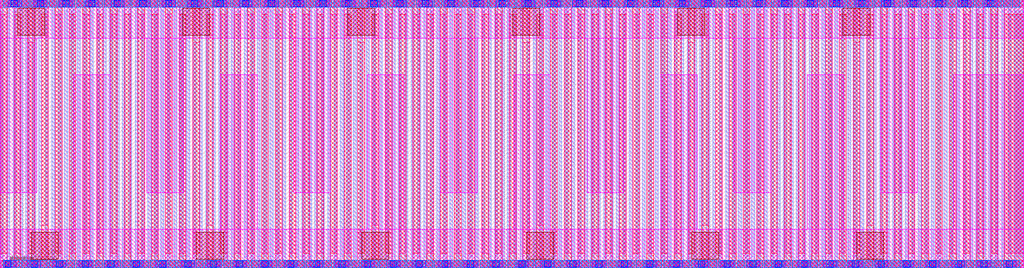
<source format=lef>
# Copyright 2020 The SkyWater PDK Authors
#
# Licensed under the Apache License, Version 2.0 (the "License");
# you may not use this file except in compliance with the License.
# You may obtain a copy of the License at
#
#     https://www.apache.org/licenses/LICENSE-2.0
#
# Unless required by applicable law or agreed to in writing, software
# distributed under the License is distributed on an "AS IS" BASIS,
# WITHOUT WARRANTIES OR CONDITIONS OF ANY KIND, either express or implied.
# See the License for the specific language governing permissions and
# limitations under the License.
#
# SPDX-License-Identifier: Apache-2.0

VERSION 5.7 ;
  NOWIREEXTENSIONATPIN ON ;
  DIVIDERCHAR "/" ;
  BUSBITCHARS "[]" ;
MACRO sky130_fd_pr__cap_vpp_44p7x11p7_pol1m1m2m3m4m5_noshield
  CLASS BLOCK ;
  FOREIGN sky130_fd_pr__cap_vpp_44p7x11p7_pol1m1m2m3m4m5_noshield ;
  ORIGIN  0.000000  0.000000 ;
  SIZE  44.65000 BY  11.69000 ;
  OBS
    LAYER li1 ;
      RECT  0.000000  0.000000 44.650000  0.330000 ;
      RECT  0.000000  0.330000  0.140000 11.220000 ;
      RECT  0.000000 11.360000 44.650000 11.690000 ;
      RECT  0.280000  0.470000  0.420000 11.360000 ;
      RECT  0.560000  0.330000  0.700000 11.220000 ;
      RECT  0.840000  0.470000  0.980000 11.360000 ;
      RECT  1.120000  0.330000  1.260000 11.220000 ;
      RECT  1.400000  0.470000  1.540000 11.360000 ;
      RECT  1.680000  0.330000  1.820000 11.220000 ;
      RECT  1.960000  0.470000  2.100000 11.360000 ;
      RECT  2.240000  0.330000  2.380000 11.220000 ;
      RECT  2.520000  0.470000  2.660000 11.360000 ;
      RECT  2.800000  0.330000  2.940000 11.220000 ;
      RECT  3.080000  0.470000  3.220000 11.360000 ;
      RECT  3.360000  0.330000  3.500000 11.220000 ;
      RECT  3.640000  0.470000  3.780000 11.360000 ;
      RECT  3.920000  0.330000  4.060000 11.220000 ;
      RECT  4.200000  0.470000  4.340000 11.360000 ;
      RECT  4.480000  0.330000  4.620000 11.220000 ;
      RECT  4.760000  0.470000  4.900000 11.360000 ;
      RECT  5.040000  0.330000  5.180000 11.220000 ;
      RECT  5.320000  0.470000  5.460000 11.360000 ;
      RECT  5.600000  0.330000  5.740000 11.220000 ;
      RECT  5.880000  0.470000  6.020000 11.360000 ;
      RECT  6.160000  0.330000  6.300000 11.220000 ;
      RECT  6.440000  0.470000  6.580000 11.360000 ;
      RECT  6.720000  0.330000  6.860000 11.220000 ;
      RECT  7.000000  0.470000  7.140000 11.360000 ;
      RECT  7.280000  0.330000  7.420000 11.220000 ;
      RECT  7.560000  0.470000  7.700000 11.360000 ;
      RECT  7.840000  0.330000  7.980000 11.220000 ;
      RECT  8.120000  0.470000  8.260000 11.360000 ;
      RECT  8.400000  0.330000  8.540000 11.220000 ;
      RECT  8.680000  0.470000  8.820000 11.360000 ;
      RECT  8.960000  0.330000  9.100000 11.220000 ;
      RECT  9.240000  0.470000  9.380000 11.360000 ;
      RECT  9.520000  0.330000  9.660000 11.220000 ;
      RECT  9.800000  0.470000  9.940000 11.360000 ;
      RECT 10.080000  0.330000 10.220000 11.220000 ;
      RECT 10.360000  0.470000 10.500000 11.360000 ;
      RECT 10.640000  0.330000 10.780000 11.220000 ;
      RECT 10.920000  0.470000 11.060000 11.360000 ;
      RECT 11.200000  0.330000 11.340000 11.220000 ;
      RECT 11.480000  0.470000 11.620000 11.360000 ;
      RECT 11.760000  0.330000 11.900000 11.220000 ;
      RECT 12.040000  0.470000 12.180000 11.360000 ;
      RECT 12.320000  0.330000 12.460000 11.220000 ;
      RECT 12.600000  0.470000 12.740000 11.360000 ;
      RECT 12.880000  0.330000 13.020000 11.220000 ;
      RECT 13.160000  0.470000 13.300000 11.360000 ;
      RECT 13.440000  0.330000 13.580000 11.220000 ;
      RECT 13.720000  0.470000 13.860000 11.360000 ;
      RECT 14.000000  0.330000 14.140000 11.220000 ;
      RECT 14.280000  0.470000 14.420000 11.360000 ;
      RECT 14.560000  0.330000 14.700000 11.220000 ;
      RECT 14.840000  0.470000 14.980000 11.360000 ;
      RECT 15.120000  0.330000 15.260000 11.220000 ;
      RECT 15.400000  0.470000 15.540000 11.360000 ;
      RECT 15.680000  0.330000 15.820000 11.220000 ;
      RECT 15.960000  0.470000 16.100000 11.360000 ;
      RECT 16.240000  0.330000 16.380000 11.220000 ;
      RECT 16.520000  0.470000 16.660000 11.360000 ;
      RECT 16.800000  0.330000 16.940000 11.220000 ;
      RECT 17.080000  0.470000 17.220000 11.360000 ;
      RECT 17.360000  0.330000 17.500000 11.220000 ;
      RECT 17.640000  0.470000 17.780000 11.360000 ;
      RECT 17.920000  0.330000 18.060000 11.220000 ;
      RECT 18.200000  0.470000 18.340000 11.360000 ;
      RECT 18.480000  0.330000 18.620000 11.220000 ;
      RECT 18.760000  0.470000 18.900000 11.360000 ;
      RECT 19.040000  0.330000 19.180000 11.220000 ;
      RECT 19.320000  0.470000 19.460000 11.360000 ;
      RECT 19.600000  0.330000 19.740000 11.220000 ;
      RECT 19.880000  0.470000 20.020000 11.360000 ;
      RECT 20.160000  0.330000 20.300000 11.220000 ;
      RECT 20.440000  0.470000 20.580000 11.360000 ;
      RECT 20.720000  0.330000 20.860000 11.220000 ;
      RECT 21.000000  0.470000 21.140000 11.360000 ;
      RECT 21.280000  0.330000 21.420000 11.220000 ;
      RECT 21.560000  0.470000 21.700000 11.360000 ;
      RECT 21.840000  0.330000 21.980000 11.220000 ;
      RECT 22.120000  0.470000 22.260000 11.360000 ;
      RECT 22.400000  0.330000 22.540000 11.220000 ;
      RECT 22.680000  0.470000 22.820000 11.360000 ;
      RECT 22.960000  0.330000 23.100000 11.220000 ;
      RECT 23.240000  0.470000 23.380000 11.360000 ;
      RECT 23.520000  0.330000 23.660000 11.220000 ;
      RECT 23.800000  0.470000 23.940000 11.360000 ;
      RECT 24.080000  0.330000 24.220000 11.220000 ;
      RECT 24.360000  0.470000 24.500000 11.360000 ;
      RECT 24.640000  0.330000 24.780000 11.220000 ;
      RECT 24.920000  0.470000 25.060000 11.360000 ;
      RECT 25.200000  0.330000 25.340000 11.220000 ;
      RECT 25.480000  0.470000 25.620000 11.360000 ;
      RECT 25.760000  0.330000 25.900000 11.220000 ;
      RECT 26.040000  0.470000 26.180000 11.360000 ;
      RECT 26.320000  0.330000 26.460000 11.220000 ;
      RECT 26.600000  0.470000 26.740000 11.360000 ;
      RECT 26.880000  0.330000 27.020000 11.220000 ;
      RECT 27.160000  0.470000 27.300000 11.360000 ;
      RECT 27.440000  0.330000 27.580000 11.220000 ;
      RECT 27.720000  0.470000 27.860000 11.360000 ;
      RECT 28.000000  0.330000 28.140000 11.220000 ;
      RECT 28.280000  0.470000 28.420000 11.360000 ;
      RECT 28.560000  0.330000 28.700000 11.220000 ;
      RECT 28.840000  0.470000 28.980000 11.360000 ;
      RECT 29.120000  0.330000 29.260000 11.220000 ;
      RECT 29.400000  0.470000 29.540000 11.360000 ;
      RECT 29.680000  0.330000 29.820000 11.220000 ;
      RECT 29.960000  0.470000 30.100000 11.360000 ;
      RECT 30.240000  0.330000 30.380000 11.220000 ;
      RECT 30.520000  0.470000 30.660000 11.360000 ;
      RECT 30.800000  0.330000 30.940000 11.220000 ;
      RECT 31.080000  0.470000 31.220000 11.360000 ;
      RECT 31.360000  0.330000 31.500000 11.220000 ;
      RECT 31.640000  0.470000 31.780000 11.360000 ;
      RECT 31.920000  0.330000 32.060000 11.220000 ;
      RECT 32.200000  0.470000 32.340000 11.360000 ;
      RECT 32.480000  0.330000 32.620000 11.220000 ;
      RECT 32.760000  0.470000 32.900000 11.360000 ;
      RECT 33.040000  0.330000 33.180000 11.220000 ;
      RECT 33.320000  0.470000 33.460000 11.360000 ;
      RECT 33.600000  0.330000 33.740000 11.220000 ;
      RECT 33.880000  0.470000 34.020000 11.360000 ;
      RECT 34.160000  0.330000 34.300000 11.220000 ;
      RECT 34.440000  0.470000 34.580000 11.360000 ;
      RECT 34.720000  0.330000 34.860000 11.220000 ;
      RECT 35.000000  0.470000 35.140000 11.360000 ;
      RECT 35.280000  0.330000 35.420000 11.220000 ;
      RECT 35.560000  0.470000 35.700000 11.360000 ;
      RECT 35.840000  0.330000 35.980000 11.220000 ;
      RECT 36.120000  0.470000 36.260000 11.360000 ;
      RECT 36.400000  0.330000 36.540000 11.220000 ;
      RECT 36.680000  0.470000 36.820000 11.360000 ;
      RECT 36.960000  0.330000 37.100000 11.220000 ;
      RECT 37.240000  0.470000 37.380000 11.360000 ;
      RECT 37.520000  0.330000 37.660000 11.220000 ;
      RECT 37.800000  0.470000 37.940000 11.360000 ;
      RECT 38.080000  0.330000 38.220000 11.220000 ;
      RECT 38.360000  0.470000 38.500000 11.360000 ;
      RECT 38.640000  0.330000 38.780000 11.220000 ;
      RECT 38.920000  0.470000 39.060000 11.360000 ;
      RECT 39.200000  0.330000 39.340000 11.220000 ;
      RECT 39.480000  0.470000 39.620000 11.360000 ;
      RECT 39.760000  0.330000 39.900000 11.220000 ;
      RECT 40.040000  0.470000 40.180000 11.360000 ;
      RECT 40.320000  0.330000 40.460000 11.220000 ;
      RECT 40.600000  0.470000 40.740000 11.360000 ;
      RECT 40.880000  0.330000 41.020000 11.220000 ;
      RECT 41.160000  0.470000 41.300000 11.360000 ;
      RECT 41.440000  0.330000 41.580000 11.220000 ;
      RECT 41.720000  0.470000 41.860000 11.360000 ;
      RECT 42.000000  0.330000 42.140000 11.220000 ;
      RECT 42.280000  0.470000 42.420000 11.360000 ;
      RECT 42.560000  0.330000 42.700000 11.220000 ;
      RECT 42.840000  0.470000 42.980000 11.360000 ;
      RECT 43.120000  0.330000 43.260000 11.220000 ;
      RECT 43.400000  0.470000 43.540000 11.360000 ;
      RECT 43.680000  0.330000 43.820000 11.220000 ;
      RECT 43.960000  0.470000 44.100000 11.360000 ;
      RECT 44.240000  0.330000 44.650000 11.220000 ;
    LAYER mcon ;
      RECT  0.190000  0.080000  0.360000  0.250000 ;
      RECT  0.190000 11.440000  0.360000 11.610000 ;
      RECT  0.550000  0.080000  0.720000  0.250000 ;
      RECT  0.550000 11.440000  0.720000 11.610000 ;
      RECT  0.910000  0.080000  1.080000  0.250000 ;
      RECT  0.910000 11.440000  1.080000 11.610000 ;
      RECT  1.270000  0.080000  1.440000  0.250000 ;
      RECT  1.270000 11.440000  1.440000 11.610000 ;
      RECT  1.630000  0.080000  1.800000  0.250000 ;
      RECT  1.630000 11.440000  1.800000 11.610000 ;
      RECT  1.990000  0.080000  2.160000  0.250000 ;
      RECT  1.990000 11.440000  2.160000 11.610000 ;
      RECT  2.350000  0.080000  2.520000  0.250000 ;
      RECT  2.350000 11.440000  2.520000 11.610000 ;
      RECT  2.710000  0.080000  2.880000  0.250000 ;
      RECT  2.710000 11.440000  2.880000 11.610000 ;
      RECT  3.070000  0.080000  3.240000  0.250000 ;
      RECT  3.070000 11.440000  3.240000 11.610000 ;
      RECT  3.430000  0.080000  3.600000  0.250000 ;
      RECT  3.430000 11.440000  3.600000 11.610000 ;
      RECT  3.790000  0.080000  3.960000  0.250000 ;
      RECT  3.790000 11.440000  3.960000 11.610000 ;
      RECT  4.150000  0.080000  4.320000  0.250000 ;
      RECT  4.150000 11.440000  4.320000 11.610000 ;
      RECT  4.510000  0.080000  4.680000  0.250000 ;
      RECT  4.510000 11.440000  4.680000 11.610000 ;
      RECT  4.870000  0.080000  5.040000  0.250000 ;
      RECT  4.870000 11.440000  5.040000 11.610000 ;
      RECT  5.230000  0.080000  5.400000  0.250000 ;
      RECT  5.230000 11.440000  5.400000 11.610000 ;
      RECT  5.590000  0.080000  5.760000  0.250000 ;
      RECT  5.590000 11.440000  5.760000 11.610000 ;
      RECT  5.950000  0.080000  6.120000  0.250000 ;
      RECT  5.950000 11.440000  6.120000 11.610000 ;
      RECT  6.310000  0.080000  6.480000  0.250000 ;
      RECT  6.310000 11.440000  6.480000 11.610000 ;
      RECT  6.670000  0.080000  6.840000  0.250000 ;
      RECT  6.670000 11.440000  6.840000 11.610000 ;
      RECT  7.030000  0.080000  7.200000  0.250000 ;
      RECT  7.030000 11.440000  7.200000 11.610000 ;
      RECT  7.390000  0.080000  7.560000  0.250000 ;
      RECT  7.390000 11.440000  7.560000 11.610000 ;
      RECT  7.750000  0.080000  7.920000  0.250000 ;
      RECT  7.750000 11.440000  7.920000 11.610000 ;
      RECT  8.110000  0.080000  8.280000  0.250000 ;
      RECT  8.110000 11.440000  8.280000 11.610000 ;
      RECT  8.470000  0.080000  8.640000  0.250000 ;
      RECT  8.470000 11.440000  8.640000 11.610000 ;
      RECT  8.830000  0.080000  9.000000  0.250000 ;
      RECT  8.830000 11.440000  9.000000 11.610000 ;
      RECT  9.190000  0.080000  9.360000  0.250000 ;
      RECT  9.190000 11.440000  9.360000 11.610000 ;
      RECT  9.550000  0.080000  9.720000  0.250000 ;
      RECT  9.550000 11.440000  9.720000 11.610000 ;
      RECT  9.910000  0.080000 10.080000  0.250000 ;
      RECT  9.910000 11.440000 10.080000 11.610000 ;
      RECT 10.270000  0.080000 10.440000  0.250000 ;
      RECT 10.270000 11.440000 10.440000 11.610000 ;
      RECT 10.630000  0.080000 10.800000  0.250000 ;
      RECT 10.630000 11.440000 10.800000 11.610000 ;
      RECT 10.990000  0.080000 11.160000  0.250000 ;
      RECT 10.990000 11.440000 11.160000 11.610000 ;
      RECT 11.350000  0.080000 11.520000  0.250000 ;
      RECT 11.350000 11.440000 11.520000 11.610000 ;
      RECT 11.710000  0.080000 11.880000  0.250000 ;
      RECT 11.710000 11.440000 11.880000 11.610000 ;
      RECT 12.070000  0.080000 12.240000  0.250000 ;
      RECT 12.070000 11.440000 12.240000 11.610000 ;
      RECT 12.430000  0.080000 12.600000  0.250000 ;
      RECT 12.430000 11.440000 12.600000 11.610000 ;
      RECT 12.790000  0.080000 12.960000  0.250000 ;
      RECT 12.790000 11.440000 12.960000 11.610000 ;
      RECT 13.150000  0.080000 13.320000  0.250000 ;
      RECT 13.150000 11.440000 13.320000 11.610000 ;
      RECT 13.510000  0.080000 13.680000  0.250000 ;
      RECT 13.510000 11.440000 13.680000 11.610000 ;
      RECT 13.870000  0.080000 14.040000  0.250000 ;
      RECT 13.870000 11.440000 14.040000 11.610000 ;
      RECT 14.230000  0.080000 14.400000  0.250000 ;
      RECT 14.230000 11.440000 14.400000 11.610000 ;
      RECT 14.590000  0.080000 14.760000  0.250000 ;
      RECT 14.590000 11.440000 14.760000 11.610000 ;
      RECT 14.950000  0.080000 15.120000  0.250000 ;
      RECT 14.950000 11.440000 15.120000 11.610000 ;
      RECT 15.310000  0.080000 15.480000  0.250000 ;
      RECT 15.310000 11.440000 15.480000 11.610000 ;
      RECT 15.670000  0.080000 15.840000  0.250000 ;
      RECT 15.670000 11.440000 15.840000 11.610000 ;
      RECT 16.030000  0.080000 16.200000  0.250000 ;
      RECT 16.030000 11.440000 16.200000 11.610000 ;
      RECT 16.390000  0.080000 16.560000  0.250000 ;
      RECT 16.390000 11.440000 16.560000 11.610000 ;
      RECT 16.750000  0.080000 16.920000  0.250000 ;
      RECT 16.750000 11.440000 16.920000 11.610000 ;
      RECT 17.110000  0.080000 17.280000  0.250000 ;
      RECT 17.110000 11.440000 17.280000 11.610000 ;
      RECT 17.470000  0.080000 17.640000  0.250000 ;
      RECT 17.470000 11.440000 17.640000 11.610000 ;
      RECT 17.830000  0.080000 18.000000  0.250000 ;
      RECT 17.830000 11.440000 18.000000 11.610000 ;
      RECT 18.190000  0.080000 18.360000  0.250000 ;
      RECT 18.190000 11.440000 18.360000 11.610000 ;
      RECT 18.550000  0.080000 18.720000  0.250000 ;
      RECT 18.550000 11.440000 18.720000 11.610000 ;
      RECT 18.910000  0.080000 19.080000  0.250000 ;
      RECT 18.910000 11.440000 19.080000 11.610000 ;
      RECT 19.270000  0.080000 19.440000  0.250000 ;
      RECT 19.270000 11.440000 19.440000 11.610000 ;
      RECT 19.630000  0.080000 19.800000  0.250000 ;
      RECT 19.630000 11.440000 19.800000 11.610000 ;
      RECT 19.990000  0.080000 20.160000  0.250000 ;
      RECT 19.990000 11.440000 20.160000 11.610000 ;
      RECT 20.350000  0.080000 20.520000  0.250000 ;
      RECT 20.350000 11.440000 20.520000 11.610000 ;
      RECT 20.710000  0.080000 20.880000  0.250000 ;
      RECT 20.710000 11.440000 20.880000 11.610000 ;
      RECT 21.070000  0.080000 21.240000  0.250000 ;
      RECT 21.070000 11.440000 21.240000 11.610000 ;
      RECT 21.430000  0.080000 21.600000  0.250000 ;
      RECT 21.430000 11.440000 21.600000 11.610000 ;
      RECT 21.790000  0.080000 21.960000  0.250000 ;
      RECT 21.790000 11.440000 21.960000 11.610000 ;
      RECT 22.150000  0.080000 22.320000  0.250000 ;
      RECT 22.150000 11.440000 22.320000 11.610000 ;
      RECT 22.510000  0.080000 22.680000  0.250000 ;
      RECT 22.510000 11.440000 22.680000 11.610000 ;
      RECT 22.870000  0.080000 23.040000  0.250000 ;
      RECT 22.870000 11.440000 23.040000 11.610000 ;
      RECT 23.230000  0.080000 23.400000  0.250000 ;
      RECT 23.230000 11.440000 23.400000 11.610000 ;
      RECT 23.590000  0.080000 23.760000  0.250000 ;
      RECT 23.590000 11.440000 23.760000 11.610000 ;
      RECT 23.950000  0.080000 24.120000  0.250000 ;
      RECT 23.950000 11.440000 24.120000 11.610000 ;
      RECT 24.310000  0.080000 24.480000  0.250000 ;
      RECT 24.310000 11.440000 24.480000 11.610000 ;
      RECT 24.670000  0.080000 24.840000  0.250000 ;
      RECT 24.670000 11.440000 24.840000 11.610000 ;
      RECT 25.030000  0.080000 25.200000  0.250000 ;
      RECT 25.030000 11.440000 25.200000 11.610000 ;
      RECT 25.390000  0.080000 25.560000  0.250000 ;
      RECT 25.390000 11.440000 25.560000 11.610000 ;
      RECT 25.750000  0.080000 25.920000  0.250000 ;
      RECT 25.750000 11.440000 25.920000 11.610000 ;
      RECT 26.110000  0.080000 26.280000  0.250000 ;
      RECT 26.110000 11.440000 26.280000 11.610000 ;
      RECT 26.470000  0.080000 26.640000  0.250000 ;
      RECT 26.470000 11.440000 26.640000 11.610000 ;
      RECT 26.830000  0.080000 27.000000  0.250000 ;
      RECT 26.830000 11.440000 27.000000 11.610000 ;
      RECT 27.190000  0.080000 27.360000  0.250000 ;
      RECT 27.190000 11.440000 27.360000 11.610000 ;
      RECT 27.550000  0.080000 27.720000  0.250000 ;
      RECT 27.550000 11.440000 27.720000 11.610000 ;
      RECT 27.910000  0.080000 28.080000  0.250000 ;
      RECT 27.910000 11.440000 28.080000 11.610000 ;
      RECT 28.270000  0.080000 28.440000  0.250000 ;
      RECT 28.270000 11.440000 28.440000 11.610000 ;
      RECT 28.630000  0.080000 28.800000  0.250000 ;
      RECT 28.630000 11.440000 28.800000 11.610000 ;
      RECT 28.990000  0.080000 29.160000  0.250000 ;
      RECT 28.990000 11.440000 29.160000 11.610000 ;
      RECT 29.350000  0.080000 29.520000  0.250000 ;
      RECT 29.350000 11.440000 29.520000 11.610000 ;
      RECT 29.710000  0.080000 29.880000  0.250000 ;
      RECT 29.710000 11.440000 29.880000 11.610000 ;
      RECT 30.070000  0.080000 30.240000  0.250000 ;
      RECT 30.070000 11.440000 30.240000 11.610000 ;
      RECT 30.430000  0.080000 30.600000  0.250000 ;
      RECT 30.430000 11.440000 30.600000 11.610000 ;
      RECT 30.790000  0.080000 30.960000  0.250000 ;
      RECT 30.790000 11.440000 30.960000 11.610000 ;
      RECT 31.150000  0.080000 31.320000  0.250000 ;
      RECT 31.150000 11.440000 31.320000 11.610000 ;
      RECT 31.510000  0.080000 31.680000  0.250000 ;
      RECT 31.510000 11.440000 31.680000 11.610000 ;
      RECT 31.870000  0.080000 32.040000  0.250000 ;
      RECT 31.870000 11.440000 32.040000 11.610000 ;
      RECT 32.230000  0.080000 32.400000  0.250000 ;
      RECT 32.230000 11.440000 32.400000 11.610000 ;
      RECT 32.590000  0.080000 32.760000  0.250000 ;
      RECT 32.590000 11.440000 32.760000 11.610000 ;
      RECT 32.950000  0.080000 33.120000  0.250000 ;
      RECT 32.950000 11.440000 33.120000 11.610000 ;
      RECT 33.310000  0.080000 33.480000  0.250000 ;
      RECT 33.310000 11.440000 33.480000 11.610000 ;
      RECT 33.670000  0.080000 33.840000  0.250000 ;
      RECT 33.670000 11.440000 33.840000 11.610000 ;
      RECT 34.030000  0.080000 34.200000  0.250000 ;
      RECT 34.030000 11.440000 34.200000 11.610000 ;
      RECT 34.390000  0.080000 34.560000  0.250000 ;
      RECT 34.390000 11.440000 34.560000 11.610000 ;
      RECT 34.750000  0.080000 34.920000  0.250000 ;
      RECT 34.750000 11.440000 34.920000 11.610000 ;
      RECT 35.110000  0.080000 35.280000  0.250000 ;
      RECT 35.110000 11.440000 35.280000 11.610000 ;
      RECT 35.470000  0.080000 35.640000  0.250000 ;
      RECT 35.470000 11.440000 35.640000 11.610000 ;
      RECT 35.830000  0.080000 36.000000  0.250000 ;
      RECT 35.830000 11.440000 36.000000 11.610000 ;
      RECT 36.190000  0.080000 36.360000  0.250000 ;
      RECT 36.190000 11.440000 36.360000 11.610000 ;
      RECT 36.550000  0.080000 36.720000  0.250000 ;
      RECT 36.550000 11.440000 36.720000 11.610000 ;
      RECT 36.910000  0.080000 37.080000  0.250000 ;
      RECT 36.910000 11.440000 37.080000 11.610000 ;
      RECT 37.270000  0.080000 37.440000  0.250000 ;
      RECT 37.270000 11.440000 37.440000 11.610000 ;
      RECT 37.630000  0.080000 37.800000  0.250000 ;
      RECT 37.630000 11.440000 37.800000 11.610000 ;
      RECT 37.990000  0.080000 38.160000  0.250000 ;
      RECT 37.990000 11.440000 38.160000 11.610000 ;
      RECT 38.350000  0.080000 38.520000  0.250000 ;
      RECT 38.350000 11.440000 38.520000 11.610000 ;
      RECT 38.710000  0.080000 38.880000  0.250000 ;
      RECT 38.710000 11.440000 38.880000 11.610000 ;
      RECT 39.070000  0.080000 39.240000  0.250000 ;
      RECT 39.070000 11.440000 39.240000 11.610000 ;
      RECT 39.430000  0.080000 39.600000  0.250000 ;
      RECT 39.430000 11.440000 39.600000 11.610000 ;
      RECT 39.790000  0.080000 39.960000  0.250000 ;
      RECT 39.790000 11.440000 39.960000 11.610000 ;
      RECT 40.150000  0.080000 40.320000  0.250000 ;
      RECT 40.150000 11.440000 40.320000 11.610000 ;
      RECT 40.510000  0.080000 40.680000  0.250000 ;
      RECT 40.510000 11.440000 40.680000 11.610000 ;
      RECT 40.870000  0.080000 41.040000  0.250000 ;
      RECT 40.870000 11.440000 41.040000 11.610000 ;
      RECT 41.230000  0.080000 41.400000  0.250000 ;
      RECT 41.230000 11.440000 41.400000 11.610000 ;
      RECT 41.590000  0.080000 41.760000  0.250000 ;
      RECT 41.590000 11.440000 41.760000 11.610000 ;
      RECT 41.950000  0.080000 42.120000  0.250000 ;
      RECT 41.950000 11.440000 42.120000 11.610000 ;
      RECT 42.310000  0.080000 42.480000  0.250000 ;
      RECT 42.310000 11.440000 42.480000 11.610000 ;
      RECT 42.670000  0.080000 42.840000  0.250000 ;
      RECT 42.670000 11.440000 42.840000 11.610000 ;
      RECT 43.030000  0.080000 43.200000  0.250000 ;
      RECT 43.030000 11.440000 43.200000 11.610000 ;
      RECT 43.390000  0.080000 43.560000  0.250000 ;
      RECT 43.390000 11.440000 43.560000 11.610000 ;
      RECT 43.750000  0.080000 43.920000  0.250000 ;
      RECT 43.750000 11.440000 43.920000 11.610000 ;
      RECT 44.110000  0.080000 44.280000  0.250000 ;
      RECT 44.110000 11.440000 44.280000 11.610000 ;
    LAYER met1 ;
      RECT  0.000000  0.000000 44.650000  0.330000 ;
      RECT  0.000000  0.470000  0.140000 11.360000 ;
      RECT  0.000000 11.360000 44.650000 11.690000 ;
      RECT  0.280000  0.330000  0.420000 11.220000 ;
      RECT  0.560000  0.470000  0.700000 11.360000 ;
      RECT  0.840000  0.330000  0.980000 11.220000 ;
      RECT  1.120000  0.470000  1.260000 11.360000 ;
      RECT  1.400000  0.330000  1.540000 11.220000 ;
      RECT  1.680000  0.470000  1.820000 11.360000 ;
      RECT  1.960000  0.330000  2.100000 11.220000 ;
      RECT  2.240000  0.470000  2.380000 11.360000 ;
      RECT  2.520000  0.330000  2.660000 11.220000 ;
      RECT  2.800000  0.470000  2.940000 11.360000 ;
      RECT  3.080000  0.330000  3.220000 11.220000 ;
      RECT  3.360000  0.470000  3.500000 11.360000 ;
      RECT  3.640000  0.330000  3.780000 11.220000 ;
      RECT  3.920000  0.470000  4.060000 11.360000 ;
      RECT  4.200000  0.330000  4.340000 11.220000 ;
      RECT  4.480000  0.470000  4.620000 11.360000 ;
      RECT  4.760000  0.330000  4.900000 11.220000 ;
      RECT  5.040000  0.470000  5.180000 11.360000 ;
      RECT  5.320000  0.330000  5.460000 11.220000 ;
      RECT  5.600000  0.470000  5.740000 11.360000 ;
      RECT  5.880000  0.330000  6.020000 11.220000 ;
      RECT  6.160000  0.470000  6.300000 11.360000 ;
      RECT  6.440000  0.330000  6.580000 11.220000 ;
      RECT  6.720000  0.470000  6.860000 11.360000 ;
      RECT  7.000000  0.330000  7.140000 11.220000 ;
      RECT  7.280000  0.470000  7.420000 11.360000 ;
      RECT  7.560000  0.330000  7.700000 11.220000 ;
      RECT  7.840000  0.470000  7.980000 11.360000 ;
      RECT  8.120000  0.330000  8.260000 11.220000 ;
      RECT  8.400000  0.470000  8.540000 11.360000 ;
      RECT  8.680000  0.330000  8.820000 11.220000 ;
      RECT  8.960000  0.470000  9.100000 11.360000 ;
      RECT  9.240000  0.330000  9.380000 11.220000 ;
      RECT  9.520000  0.470000  9.660000 11.360000 ;
      RECT  9.800000  0.330000  9.940000 11.220000 ;
      RECT 10.080000  0.470000 10.220000 11.360000 ;
      RECT 10.360000  0.330000 10.500000 11.220000 ;
      RECT 10.640000  0.470000 10.780000 11.360000 ;
      RECT 10.920000  0.330000 11.060000 11.220000 ;
      RECT 11.200000  0.470000 11.340000 11.360000 ;
      RECT 11.480000  0.330000 11.620000 11.220000 ;
      RECT 11.760000  0.470000 11.900000 11.360000 ;
      RECT 12.040000  0.330000 12.180000 11.220000 ;
      RECT 12.320000  0.470000 12.460000 11.360000 ;
      RECT 12.600000  0.330000 12.740000 11.220000 ;
      RECT 12.880000  0.470000 13.020000 11.360000 ;
      RECT 13.160000  0.330000 13.300000 11.220000 ;
      RECT 13.440000  0.470000 13.580000 11.360000 ;
      RECT 13.720000  0.330000 13.860000 11.220000 ;
      RECT 14.000000  0.470000 14.140000 11.360000 ;
      RECT 14.280000  0.330000 14.420000 11.220000 ;
      RECT 14.560000  0.470000 14.700000 11.360000 ;
      RECT 14.840000  0.330000 14.980000 11.220000 ;
      RECT 15.120000  0.470000 15.260000 11.360000 ;
      RECT 15.400000  0.330000 15.540000 11.220000 ;
      RECT 15.680000  0.470000 15.820000 11.360000 ;
      RECT 15.960000  0.330000 16.100000 11.220000 ;
      RECT 16.240000  0.470000 16.380000 11.360000 ;
      RECT 16.520000  0.330000 16.660000 11.220000 ;
      RECT 16.800000  0.470000 16.940000 11.360000 ;
      RECT 17.080000  0.330000 17.220000 11.220000 ;
      RECT 17.360000  0.470000 17.500000 11.360000 ;
      RECT 17.640000  0.330000 17.780000 11.220000 ;
      RECT 17.920000  0.470000 18.060000 11.360000 ;
      RECT 18.200000  0.330000 18.340000 11.220000 ;
      RECT 18.480000  0.470000 18.620000 11.360000 ;
      RECT 18.760000  0.330000 18.900000 11.220000 ;
      RECT 19.040000  0.470000 19.180000 11.360000 ;
      RECT 19.320000  0.330000 19.460000 11.220000 ;
      RECT 19.600000  0.470000 19.740000 11.360000 ;
      RECT 19.880000  0.330000 20.020000 11.220000 ;
      RECT 20.160000  0.470000 20.300000 11.360000 ;
      RECT 20.440000  0.330000 20.580000 11.220000 ;
      RECT 20.720000  0.470000 20.860000 11.360000 ;
      RECT 21.000000  0.330000 21.140000 11.220000 ;
      RECT 21.280000  0.470000 21.420000 11.360000 ;
      RECT 21.560000  0.330000 21.700000 11.220000 ;
      RECT 21.840000  0.470000 21.980000 11.360000 ;
      RECT 22.120000  0.330000 22.260000 11.220000 ;
      RECT 22.400000  0.470000 22.540000 11.360000 ;
      RECT 22.680000  0.330000 22.820000 11.220000 ;
      RECT 22.960000  0.470000 23.100000 11.360000 ;
      RECT 23.240000  0.330000 23.380000 11.220000 ;
      RECT 23.520000  0.470000 23.660000 11.360000 ;
      RECT 23.800000  0.330000 23.940000 11.220000 ;
      RECT 24.080000  0.470000 24.220000 11.360000 ;
      RECT 24.360000  0.330000 24.500000 11.220000 ;
      RECT 24.640000  0.470000 24.780000 11.360000 ;
      RECT 24.920000  0.330000 25.060000 11.220000 ;
      RECT 25.200000  0.470000 25.340000 11.360000 ;
      RECT 25.480000  0.330000 25.620000 11.220000 ;
      RECT 25.760000  0.470000 25.900000 11.360000 ;
      RECT 26.040000  0.330000 26.180000 11.220000 ;
      RECT 26.320000  0.470000 26.460000 11.360000 ;
      RECT 26.600000  0.330000 26.740000 11.220000 ;
      RECT 26.880000  0.470000 27.020000 11.360000 ;
      RECT 27.160000  0.330000 27.300000 11.220000 ;
      RECT 27.440000  0.470000 27.580000 11.360000 ;
      RECT 27.720000  0.330000 27.860000 11.220000 ;
      RECT 28.000000  0.470000 28.140000 11.360000 ;
      RECT 28.280000  0.330000 28.420000 11.220000 ;
      RECT 28.560000  0.470000 28.700000 11.360000 ;
      RECT 28.840000  0.330000 28.980000 11.220000 ;
      RECT 29.120000  0.470000 29.260000 11.360000 ;
      RECT 29.400000  0.330000 29.540000 11.220000 ;
      RECT 29.680000  0.470000 29.820000 11.360000 ;
      RECT 29.960000  0.330000 30.100000 11.220000 ;
      RECT 30.240000  0.470000 30.380000 11.360000 ;
      RECT 30.520000  0.330000 30.660000 11.220000 ;
      RECT 30.800000  0.470000 30.940000 11.360000 ;
      RECT 31.080000  0.330000 31.220000 11.220000 ;
      RECT 31.360000  0.470000 31.500000 11.360000 ;
      RECT 31.640000  0.330000 31.780000 11.220000 ;
      RECT 31.920000  0.470000 32.060000 11.360000 ;
      RECT 32.200000  0.330000 32.340000 11.220000 ;
      RECT 32.480000  0.470000 32.620000 11.360000 ;
      RECT 32.760000  0.330000 32.900000 11.220000 ;
      RECT 33.040000  0.470000 33.180000 11.360000 ;
      RECT 33.320000  0.330000 33.460000 11.220000 ;
      RECT 33.600000  0.470000 33.740000 11.360000 ;
      RECT 33.880000  0.330000 34.020000 11.220000 ;
      RECT 34.160000  0.470000 34.300000 11.360000 ;
      RECT 34.440000  0.330000 34.580000 11.220000 ;
      RECT 34.720000  0.470000 34.860000 11.360000 ;
      RECT 35.000000  0.330000 35.140000 11.220000 ;
      RECT 35.280000  0.470000 35.420000 11.360000 ;
      RECT 35.560000  0.330000 35.700000 11.220000 ;
      RECT 35.840000  0.470000 35.980000 11.360000 ;
      RECT 36.120000  0.330000 36.260000 11.220000 ;
      RECT 36.400000  0.470000 36.540000 11.360000 ;
      RECT 36.680000  0.330000 36.820000 11.220000 ;
      RECT 36.960000  0.470000 37.100000 11.360000 ;
      RECT 37.240000  0.330000 37.380000 11.220000 ;
      RECT 37.520000  0.470000 37.660000 11.360000 ;
      RECT 37.800000  0.330000 37.940000 11.220000 ;
      RECT 38.080000  0.470000 38.220000 11.360000 ;
      RECT 38.360000  0.330000 38.500000 11.220000 ;
      RECT 38.640000  0.470000 38.780000 11.360000 ;
      RECT 38.920000  0.330000 39.060000 11.220000 ;
      RECT 39.200000  0.470000 39.340000 11.360000 ;
      RECT 39.480000  0.330000 39.620000 11.220000 ;
      RECT 39.760000  0.470000 39.900000 11.360000 ;
      RECT 40.040000  0.330000 40.180000 11.220000 ;
      RECT 40.320000  0.470000 40.460000 11.360000 ;
      RECT 40.600000  0.330000 40.740000 11.220000 ;
      RECT 40.880000  0.470000 41.020000 11.360000 ;
      RECT 41.160000  0.330000 41.300000 11.220000 ;
      RECT 41.440000  0.470000 41.580000 11.360000 ;
      RECT 41.720000  0.330000 41.860000 11.220000 ;
      RECT 42.000000  0.470000 42.140000 11.360000 ;
      RECT 42.280000  0.330000 42.420000 11.220000 ;
      RECT 42.560000  0.470000 42.700000 11.360000 ;
      RECT 42.840000  0.330000 42.980000 11.220000 ;
      RECT 43.120000  0.470000 43.260000 11.360000 ;
      RECT 43.400000  0.330000 43.540000 11.220000 ;
      RECT 43.680000  0.470000 43.820000 11.360000 ;
      RECT 43.960000  0.330000 44.100000 11.220000 ;
      RECT 44.240000  0.470000 44.650000 11.360000 ;
    LAYER met2 ;
      RECT  0.000000  0.000000  0.700000  0.330000 ;
      RECT  0.000000  0.330000  0.140000 11.690000 ;
      RECT  0.280000  0.470000  0.420000 11.360000 ;
      RECT  0.280000 11.360000  0.980000 11.690000 ;
      RECT  0.560000  0.330000  0.700000 11.220000 ;
      RECT  0.840000  0.000000  0.980000 11.360000 ;
      RECT  1.120000  0.000000  1.820000  0.330000 ;
      RECT  1.120000  0.330000  1.260000 11.690000 ;
      RECT  1.400000  0.470000  1.540000 11.360000 ;
      RECT  1.400000 11.360000  2.100000 11.690000 ;
      RECT  1.680000  0.330000  1.820000 11.220000 ;
      RECT  1.960000  0.000000  2.100000 11.360000 ;
      RECT  2.240000  0.000000  2.940000  0.330000 ;
      RECT  2.240000  0.330000  2.380000 11.690000 ;
      RECT  2.520000  0.470000  2.660000 11.360000 ;
      RECT  2.520000 11.360000  3.220000 11.690000 ;
      RECT  2.800000  0.330000  2.940000 11.220000 ;
      RECT  3.080000  0.000000  3.220000 11.360000 ;
      RECT  3.360000  0.000000  4.060000  0.330000 ;
      RECT  3.360000  0.330000  3.500000 11.690000 ;
      RECT  3.640000  0.470000  3.780000 11.360000 ;
      RECT  3.640000 11.360000  4.340000 11.690000 ;
      RECT  3.920000  0.330000  4.060000 11.220000 ;
      RECT  4.200000  0.000000  4.340000 11.360000 ;
      RECT  4.480000  0.000000  5.180000  0.330000 ;
      RECT  4.480000  0.330000  4.620000 11.690000 ;
      RECT  4.760000  0.470000  4.900000 11.360000 ;
      RECT  4.760000 11.360000  5.460000 11.690000 ;
      RECT  5.040000  0.330000  5.180000 11.220000 ;
      RECT  5.320000  0.000000  5.460000 11.360000 ;
      RECT  5.600000  0.000000  6.300000  0.330000 ;
      RECT  5.600000  0.330000  5.740000 11.690000 ;
      RECT  5.880000  0.470000  6.020000 11.360000 ;
      RECT  5.880000 11.360000  6.580000 11.690000 ;
      RECT  6.160000  0.330000  6.300000 11.220000 ;
      RECT  6.440000  0.000000  6.580000 11.360000 ;
      RECT  6.720000  0.000000  7.420000  0.330000 ;
      RECT  6.720000  0.330000  6.860000 11.690000 ;
      RECT  7.000000  0.470000  7.140000 11.360000 ;
      RECT  7.000000 11.360000  7.700000 11.690000 ;
      RECT  7.280000  0.330000  7.420000 11.220000 ;
      RECT  7.560000  0.000000  7.700000 11.360000 ;
      RECT  7.840000  0.000000  8.540000  0.330000 ;
      RECT  7.840000  0.330000  7.980000 11.690000 ;
      RECT  8.120000  0.470000  8.260000 11.360000 ;
      RECT  8.120000 11.360000  8.820000 11.690000 ;
      RECT  8.400000  0.330000  8.540000 11.220000 ;
      RECT  8.680000  0.000000  8.820000 11.360000 ;
      RECT  8.960000  0.000000  9.660000  0.330000 ;
      RECT  8.960000  0.330000  9.100000 11.690000 ;
      RECT  9.240000  0.470000  9.380000 11.360000 ;
      RECT  9.240000 11.360000  9.940000 11.690000 ;
      RECT  9.520000  0.330000  9.660000 11.220000 ;
      RECT  9.800000  0.000000  9.940000 11.360000 ;
      RECT 10.080000  0.000000 10.780000  0.330000 ;
      RECT 10.080000  0.330000 10.220000 11.690000 ;
      RECT 10.360000  0.470000 10.500000 11.360000 ;
      RECT 10.360000 11.360000 11.060000 11.690000 ;
      RECT 10.640000  0.330000 10.780000 11.220000 ;
      RECT 10.920000  0.000000 11.060000 11.360000 ;
      RECT 11.200000  0.000000 11.900000  0.330000 ;
      RECT 11.200000  0.330000 11.340000 11.690000 ;
      RECT 11.480000  0.470000 11.620000 11.360000 ;
      RECT 11.480000 11.360000 12.180000 11.690000 ;
      RECT 11.760000  0.330000 11.900000 11.220000 ;
      RECT 12.040000  0.000000 12.180000 11.360000 ;
      RECT 12.320000  0.000000 13.020000  0.330000 ;
      RECT 12.320000  0.330000 12.460000 11.690000 ;
      RECT 12.600000  0.470000 12.740000 11.360000 ;
      RECT 12.600000 11.360000 13.300000 11.690000 ;
      RECT 12.880000  0.330000 13.020000 11.220000 ;
      RECT 13.160000  0.000000 13.300000 11.360000 ;
      RECT 13.440000  0.000000 14.140000  0.330000 ;
      RECT 13.440000  0.330000 13.580000 11.690000 ;
      RECT 13.720000  0.470000 13.860000 11.360000 ;
      RECT 13.720000 11.360000 14.420000 11.690000 ;
      RECT 14.000000  0.330000 14.140000 11.220000 ;
      RECT 14.280000  0.000000 14.420000 11.360000 ;
      RECT 14.560000  0.000000 15.260000  0.330000 ;
      RECT 14.560000  0.330000 14.700000 11.690000 ;
      RECT 14.840000  0.470000 14.980000 11.360000 ;
      RECT 14.840000 11.360000 15.540000 11.690000 ;
      RECT 15.120000  0.330000 15.260000 11.220000 ;
      RECT 15.400000  0.000000 15.540000 11.360000 ;
      RECT 15.680000  0.000000 16.380000  0.330000 ;
      RECT 15.680000  0.330000 15.820000 11.690000 ;
      RECT 15.960000  0.470000 16.100000 11.360000 ;
      RECT 15.960000 11.360000 16.660000 11.690000 ;
      RECT 16.240000  0.330000 16.380000 11.220000 ;
      RECT 16.520000  0.000000 16.660000 11.360000 ;
      RECT 16.800000  0.000000 17.500000  0.330000 ;
      RECT 16.800000  0.330000 16.940000 11.690000 ;
      RECT 17.080000  0.470000 17.220000 11.360000 ;
      RECT 17.080000 11.360000 17.780000 11.690000 ;
      RECT 17.360000  0.330000 17.500000 11.220000 ;
      RECT 17.640000  0.000000 17.780000 11.360000 ;
      RECT 17.920000  0.000000 18.620000  0.330000 ;
      RECT 17.920000  0.330000 18.060000 11.690000 ;
      RECT 18.200000  0.470000 18.340000 11.360000 ;
      RECT 18.200000 11.360000 18.900000 11.690000 ;
      RECT 18.480000  0.330000 18.620000 11.220000 ;
      RECT 18.760000  0.000000 18.900000 11.360000 ;
      RECT 19.040000  0.000000 19.740000  0.330000 ;
      RECT 19.040000  0.330000 19.180000 11.690000 ;
      RECT 19.320000  0.470000 19.460000 11.360000 ;
      RECT 19.320000 11.360000 20.020000 11.690000 ;
      RECT 19.600000  0.330000 19.740000 11.220000 ;
      RECT 19.880000  0.000000 20.020000 11.360000 ;
      RECT 20.160000  0.000000 20.860000  0.330000 ;
      RECT 20.160000  0.330000 20.300000 11.690000 ;
      RECT 20.440000  0.470000 20.580000 11.360000 ;
      RECT 20.440000 11.360000 21.140000 11.690000 ;
      RECT 20.720000  0.330000 20.860000 11.220000 ;
      RECT 21.000000  0.000000 21.140000 11.360000 ;
      RECT 21.280000  0.000000 21.980000  0.330000 ;
      RECT 21.280000  0.330000 21.420000 11.690000 ;
      RECT 21.560000  0.470000 21.700000 11.360000 ;
      RECT 21.560000 11.360000 22.260000 11.690000 ;
      RECT 21.840000  0.330000 21.980000 11.220000 ;
      RECT 22.120000  0.000000 22.260000 11.360000 ;
      RECT 22.400000  0.000000 23.100000  0.330000 ;
      RECT 22.400000  0.330000 22.540000 11.690000 ;
      RECT 22.680000  0.470000 22.820000 11.360000 ;
      RECT 22.680000 11.360000 23.380000 11.690000 ;
      RECT 22.960000  0.330000 23.100000 11.220000 ;
      RECT 23.240000  0.000000 23.380000 11.360000 ;
      RECT 23.520000  0.000000 24.220000  0.330000 ;
      RECT 23.520000  0.330000 23.660000 11.690000 ;
      RECT 23.800000  0.470000 23.940000 11.360000 ;
      RECT 23.800000 11.360000 24.500000 11.690000 ;
      RECT 24.080000  0.330000 24.220000 11.220000 ;
      RECT 24.360000  0.000000 24.500000 11.360000 ;
      RECT 24.640000  0.000000 25.340000  0.330000 ;
      RECT 24.640000  0.330000 24.780000 11.690000 ;
      RECT 24.920000  0.470000 25.060000 11.360000 ;
      RECT 24.920000 11.360000 25.620000 11.690000 ;
      RECT 25.200000  0.330000 25.340000 11.220000 ;
      RECT 25.480000  0.000000 25.620000 11.360000 ;
      RECT 25.760000  0.000000 26.460000  0.330000 ;
      RECT 25.760000  0.330000 25.900000 11.690000 ;
      RECT 26.040000  0.470000 26.180000 11.360000 ;
      RECT 26.040000 11.360000 26.740000 11.690000 ;
      RECT 26.320000  0.330000 26.460000 11.220000 ;
      RECT 26.600000  0.000000 26.740000 11.360000 ;
      RECT 26.880000  0.000000 27.580000  0.330000 ;
      RECT 26.880000  0.330000 27.020000 11.690000 ;
      RECT 27.160000  0.470000 27.300000 11.360000 ;
      RECT 27.160000 11.360000 27.860000 11.690000 ;
      RECT 27.440000  0.330000 27.580000 11.220000 ;
      RECT 27.720000  0.000000 27.860000 11.360000 ;
      RECT 28.000000  0.000000 28.700000  0.330000 ;
      RECT 28.000000  0.330000 28.140000 11.690000 ;
      RECT 28.280000  0.470000 28.420000 11.360000 ;
      RECT 28.280000 11.360000 28.980000 11.690000 ;
      RECT 28.560000  0.330000 28.700000 11.220000 ;
      RECT 28.840000  0.000000 28.980000 11.360000 ;
      RECT 29.120000  0.000000 29.820000  0.330000 ;
      RECT 29.120000  0.330000 29.260000 11.690000 ;
      RECT 29.400000  0.470000 29.540000 11.360000 ;
      RECT 29.400000 11.360000 30.100000 11.690000 ;
      RECT 29.680000  0.330000 29.820000 11.220000 ;
      RECT 29.960000  0.000000 30.100000 11.360000 ;
      RECT 30.240000  0.000000 30.940000  0.330000 ;
      RECT 30.240000  0.330000 30.380000 11.690000 ;
      RECT 30.520000  0.470000 30.660000 11.360000 ;
      RECT 30.520000 11.360000 31.220000 11.690000 ;
      RECT 30.800000  0.330000 30.940000 11.220000 ;
      RECT 31.080000  0.000000 31.220000 11.360000 ;
      RECT 31.360000  0.000000 32.060000  0.330000 ;
      RECT 31.360000  0.330000 31.500000 11.690000 ;
      RECT 31.640000  0.470000 31.780000 11.360000 ;
      RECT 31.640000 11.360000 32.340000 11.690000 ;
      RECT 31.920000  0.330000 32.060000 11.220000 ;
      RECT 32.200000  0.000000 32.340000 11.360000 ;
      RECT 32.480000  0.000000 33.180000  0.330000 ;
      RECT 32.480000  0.330000 32.620000 11.690000 ;
      RECT 32.760000  0.470000 32.900000 11.360000 ;
      RECT 32.760000 11.360000 33.460000 11.690000 ;
      RECT 33.040000  0.330000 33.180000 11.220000 ;
      RECT 33.320000  0.000000 33.460000 11.360000 ;
      RECT 33.600000  0.000000 34.300000  0.330000 ;
      RECT 33.600000  0.330000 33.740000 11.690000 ;
      RECT 33.880000  0.470000 34.020000 11.360000 ;
      RECT 33.880000 11.360000 34.580000 11.690000 ;
      RECT 34.160000  0.330000 34.300000 11.220000 ;
      RECT 34.440000  0.000000 34.580000 11.360000 ;
      RECT 34.720000  0.000000 35.420000  0.330000 ;
      RECT 34.720000  0.330000 34.860000 11.690000 ;
      RECT 35.000000  0.470000 35.140000 11.360000 ;
      RECT 35.000000 11.360000 35.700000 11.690000 ;
      RECT 35.280000  0.330000 35.420000 11.220000 ;
      RECT 35.560000  0.000000 35.700000 11.360000 ;
      RECT 35.840000  0.000000 36.540000  0.330000 ;
      RECT 35.840000  0.330000 35.980000 11.690000 ;
      RECT 36.120000  0.470000 36.260000 11.360000 ;
      RECT 36.120000 11.360000 36.820000 11.690000 ;
      RECT 36.400000  0.330000 36.540000 11.220000 ;
      RECT 36.680000  0.000000 36.820000 11.360000 ;
      RECT 36.960000  0.000000 37.660000  0.330000 ;
      RECT 36.960000  0.330000 37.100000 11.690000 ;
      RECT 37.240000  0.470000 37.380000 11.360000 ;
      RECT 37.240000 11.360000 37.940000 11.690000 ;
      RECT 37.520000  0.330000 37.660000 11.220000 ;
      RECT 37.800000  0.000000 37.940000 11.360000 ;
      RECT 38.080000  0.000000 38.780000  0.330000 ;
      RECT 38.080000  0.330000 38.220000 11.690000 ;
      RECT 38.360000  0.470000 38.500000 11.360000 ;
      RECT 38.360000 11.360000 39.060000 11.690000 ;
      RECT 38.640000  0.330000 38.780000 11.220000 ;
      RECT 38.920000  0.000000 39.060000 11.360000 ;
      RECT 39.200000  0.000000 39.900000  0.330000 ;
      RECT 39.200000  0.330000 39.340000 11.690000 ;
      RECT 39.480000  0.470000 39.620000 11.360000 ;
      RECT 39.480000 11.360000 40.180000 11.690000 ;
      RECT 39.760000  0.330000 39.900000 11.220000 ;
      RECT 40.040000  0.000000 40.180000 11.360000 ;
      RECT 40.320000  0.000000 41.020000  0.330000 ;
      RECT 40.320000  0.330000 40.460000 11.690000 ;
      RECT 40.600000  0.470000 40.740000 11.360000 ;
      RECT 40.600000 11.360000 41.300000 11.690000 ;
      RECT 40.880000  0.330000 41.020000 11.220000 ;
      RECT 41.160000  0.000000 41.300000 11.360000 ;
      RECT 41.440000  0.000000 42.140000  0.330000 ;
      RECT 41.440000  0.330000 41.580000 11.690000 ;
      RECT 41.720000  0.470000 41.860000 11.360000 ;
      RECT 41.720000 11.360000 42.420000 11.690000 ;
      RECT 42.000000  0.330000 42.140000 11.220000 ;
      RECT 42.280000  0.000000 42.420000 11.360000 ;
      RECT 42.560000  0.000000 43.260000  0.330000 ;
      RECT 42.560000  0.330000 42.700000 11.690000 ;
      RECT 42.840000  0.470000 42.980000 11.360000 ;
      RECT 42.840000 11.360000 44.650000 11.690000 ;
      RECT 43.120000  0.330000 43.260000 11.220000 ;
      RECT 43.400000  0.000000 43.540000 11.360000 ;
      RECT 43.680000  0.000000 44.650000  0.330000 ;
      RECT 43.680000  0.330000 43.820000 11.220000 ;
      RECT 43.960000  0.470000 44.100000 11.360000 ;
      RECT 44.240000  0.330000 44.650000 11.220000 ;
    LAYER met3 ;
      RECT  0.000000  0.000000 44.650000  0.330000 ;
      RECT  0.000000  0.630000  0.300000 11.360000 ;
      RECT  0.000000 11.360000 44.650000 11.690000 ;
      RECT  0.600000  0.330000  0.900000 11.060000 ;
      RECT  1.200000  0.630000  1.500000 11.360000 ;
      RECT  1.800000  0.330000  2.100000 11.060000 ;
      RECT  2.400000  0.630000  2.700000 11.360000 ;
      RECT  3.000000  0.330000  3.300000 11.060000 ;
      RECT  3.600000  0.630000  3.900000 11.360000 ;
      RECT  4.200000  0.330000  4.500000 11.060000 ;
      RECT  4.800000  0.630000  5.100000 11.360000 ;
      RECT  5.400000  0.330000  5.700000 11.060000 ;
      RECT  6.000000  0.630000  6.300000 11.360000 ;
      RECT  6.600000  0.330000  6.900000 11.060000 ;
      RECT  7.200000  0.630000  7.500000 11.360000 ;
      RECT  7.800000  0.330000  8.100000 11.060000 ;
      RECT  8.400000  0.630000  8.700000 11.360000 ;
      RECT  9.000000  0.330000  9.300000 11.060000 ;
      RECT  9.600000  0.630000  9.900000 11.360000 ;
      RECT 10.200000  0.330000 10.500000 11.060000 ;
      RECT 10.800000  0.630000 11.100000 11.360000 ;
      RECT 11.400000  0.330000 11.700000 11.060000 ;
      RECT 12.000000  0.630000 12.300000 11.360000 ;
      RECT 12.600000  0.330000 12.900000 11.060000 ;
      RECT 13.200000  0.630000 13.500000 11.360000 ;
      RECT 13.800000  0.330000 14.100000 11.060000 ;
      RECT 14.400000  0.630000 14.700000 11.360000 ;
      RECT 15.000000  0.330000 15.300000 11.060000 ;
      RECT 15.600000  0.630000 15.900000 11.360000 ;
      RECT 16.200000  0.330000 16.500000 11.060000 ;
      RECT 16.800000  0.630000 17.100000 11.360000 ;
      RECT 17.400000  0.330000 17.700000 11.060000 ;
      RECT 18.000000  0.630000 18.300000 11.360000 ;
      RECT 18.600000  0.330000 18.900000 11.060000 ;
      RECT 19.200000  0.630000 19.500000 11.360000 ;
      RECT 19.800000  0.330000 20.100000 11.060000 ;
      RECT 20.400000  0.630000 20.700000 11.360000 ;
      RECT 21.000000  0.330000 21.300000 11.060000 ;
      RECT 21.600000  0.630000 21.900000 11.360000 ;
      RECT 22.200000  0.330000 22.500000 11.060000 ;
      RECT 22.800000  0.630000 23.100000 11.360000 ;
      RECT 23.400000  0.330000 23.700000 11.060000 ;
      RECT 24.000000  0.630000 24.300000 11.360000 ;
      RECT 24.600000  0.330000 24.900000 11.060000 ;
      RECT 25.200000  0.630000 25.500000 11.360000 ;
      RECT 25.800000  0.330000 26.100000 11.060000 ;
      RECT 26.400000  0.630000 26.700000 11.360000 ;
      RECT 27.000000  0.330000 27.300000 11.060000 ;
      RECT 27.600000  0.630000 27.900000 11.360000 ;
      RECT 28.200000  0.330000 28.500000 11.060000 ;
      RECT 28.800000  0.630000 29.100000 11.360000 ;
      RECT 29.400000  0.330000 29.700000 11.060000 ;
      RECT 30.000000  0.630000 30.300000 11.360000 ;
      RECT 30.600000  0.330000 30.900000 11.060000 ;
      RECT 31.200000  0.630000 31.500000 11.360000 ;
      RECT 31.800000  0.330000 32.100000 11.060000 ;
      RECT 32.400000  0.630000 32.700000 11.360000 ;
      RECT 33.000000  0.330000 33.300000 11.060000 ;
      RECT 33.600000  0.630000 33.900000 11.360000 ;
      RECT 34.200000  0.330000 34.500000 11.060000 ;
      RECT 34.800000  0.630000 35.100000 11.360000 ;
      RECT 35.400000  0.330000 35.700000 11.060000 ;
      RECT 36.000000  0.630000 36.300000 11.360000 ;
      RECT 36.600000  0.330000 36.900000 11.060000 ;
      RECT 37.200000  0.630000 37.500000 11.360000 ;
      RECT 37.800000  0.330000 38.100000 11.060000 ;
      RECT 38.400000  0.630000 38.700000 11.360000 ;
      RECT 39.000000  0.330000 39.300000 11.060000 ;
      RECT 39.600000  0.630000 39.900000 11.360000 ;
      RECT 40.200000  0.330000 40.500000 11.060000 ;
      RECT 40.800000  0.630000 41.100000 11.360000 ;
      RECT 41.400000  0.330000 41.700000 11.060000 ;
      RECT 42.000000  0.630000 42.300000 11.360000 ;
      RECT 42.600000  0.330000 42.900000 11.060000 ;
      RECT 43.200000  0.630000 43.500000 11.360000 ;
      RECT 43.800000  0.330000 44.650000 11.060000 ;
    LAYER met4 ;
      RECT  0.000000  0.000000 44.650000  0.330000 ;
      RECT  0.000000  0.330000  0.300000 11.060000 ;
      RECT  0.000000 11.360000 44.650000 11.690000 ;
      RECT  0.600000  0.630000  0.900000 10.135000 ;
      RECT  0.600000 10.135000  2.100000 11.360000 ;
      RECT  1.200000  0.330000  2.700000  1.555000 ;
      RECT  1.200000  1.555000  1.500000  9.835000 ;
      RECT  1.800000  1.855000  2.100000 10.135000 ;
      RECT  2.400000  1.555000  2.700000 11.060000 ;
      RECT  3.000000  0.630000  3.300000 11.360000 ;
      RECT  3.600000  0.330000  3.900000 11.060000 ;
      RECT  4.200000  0.630000  4.500000 11.360000 ;
      RECT  4.800000  0.330000  5.100000 11.060000 ;
      RECT  5.400000  0.630000  5.700000 11.360000 ;
      RECT  6.000000  0.330000  6.300000 11.060000 ;
      RECT  6.600000  0.630000  6.900000 11.360000 ;
      RECT  7.200000  0.330000  7.500000 11.060000 ;
      RECT  7.800000  0.630000  8.100000 10.135000 ;
      RECT  7.800000 10.135000  9.300000 11.360000 ;
      RECT  8.400000  0.330000  9.900000  1.555000 ;
      RECT  8.400000  1.555000  8.700000  9.835000 ;
      RECT  9.000000  1.855000  9.300000 10.135000 ;
      RECT  9.600000  1.555000  9.900000 11.060000 ;
      RECT 10.200000  0.630000 10.500000 11.360000 ;
      RECT 10.800000  0.330000 11.100000 11.060000 ;
      RECT 11.400000  0.630000 11.700000 11.360000 ;
      RECT 12.000000  0.330000 12.300000 11.060000 ;
      RECT 12.600000  0.630000 12.900000 11.360000 ;
      RECT 13.200000  0.330000 13.500000 11.060000 ;
      RECT 13.800000  0.630000 14.100000 11.360000 ;
      RECT 14.400000  0.330000 14.700000 11.060000 ;
      RECT 15.000000  0.630000 15.300000 10.135000 ;
      RECT 15.000000 10.135000 16.500000 11.360000 ;
      RECT 15.600000  0.330000 17.100000  1.555000 ;
      RECT 15.600000  1.555000 15.900000  9.835000 ;
      RECT 16.200000  1.855000 16.500000 10.135000 ;
      RECT 16.800000  1.555000 17.100000 11.060000 ;
      RECT 17.400000  0.630000 17.700000 11.360000 ;
      RECT 18.000000  0.330000 18.300000 11.060000 ;
      RECT 18.600000  0.630000 18.900000 11.360000 ;
      RECT 19.200000  0.330000 19.500000 11.060000 ;
      RECT 19.800000  0.630000 20.100000 11.360000 ;
      RECT 20.400000  0.330000 20.700000 11.060000 ;
      RECT 21.000000  0.630000 21.300000 11.360000 ;
      RECT 21.600000  0.330000 21.900000 11.060000 ;
      RECT 22.200000  0.630000 22.500000 10.135000 ;
      RECT 22.200000 10.135000 23.700000 11.360000 ;
      RECT 22.800000  0.330000 24.300000  1.555000 ;
      RECT 22.800000  1.555000 23.100000  9.835000 ;
      RECT 23.400000  1.855000 23.700000 10.135000 ;
      RECT 24.000000  1.555000 24.300000 11.060000 ;
      RECT 24.600000  0.630000 24.900000 11.360000 ;
      RECT 25.200000  0.330000 25.500000 11.060000 ;
      RECT 25.800000  0.630000 26.100000 11.360000 ;
      RECT 26.400000  0.330000 26.700000 11.060000 ;
      RECT 27.000000  0.630000 27.300000 11.360000 ;
      RECT 27.600000  0.330000 27.900000 11.060000 ;
      RECT 28.200000  0.630000 28.500000 11.360000 ;
      RECT 28.800000  0.330000 29.100000 11.060000 ;
      RECT 29.400000  0.630000 29.700000 10.135000 ;
      RECT 29.400000 10.135000 30.900000 11.360000 ;
      RECT 30.000000  0.330000 31.500000  1.555000 ;
      RECT 30.000000  1.555000 30.300000  9.835000 ;
      RECT 30.600000  1.855000 30.900000 10.135000 ;
      RECT 31.200000  1.555000 31.500000 11.060000 ;
      RECT 31.800000  0.630000 32.100000 11.360000 ;
      RECT 32.400000  0.330000 32.700000 11.060000 ;
      RECT 33.000000  0.630000 33.300000 11.360000 ;
      RECT 33.600000  0.330000 33.900000 11.060000 ;
      RECT 34.200000  0.630000 34.500000 11.360000 ;
      RECT 34.800000  0.330000 35.100000 11.060000 ;
      RECT 35.400000  0.630000 35.700000 11.360000 ;
      RECT 36.000000  0.330000 36.300000 11.060000 ;
      RECT 36.600000  0.630000 36.900000 10.135000 ;
      RECT 36.600000 10.135000 38.100000 11.360000 ;
      RECT 37.200000  0.330000 38.700000  1.555000 ;
      RECT 37.200000  1.555000 37.500000  9.835000 ;
      RECT 37.800000  1.855000 38.100000 10.135000 ;
      RECT 38.400000  1.555000 38.700000 11.060000 ;
      RECT 39.000000  0.630000 39.300000 11.360000 ;
      RECT 39.600000  0.330000 39.900000 11.060000 ;
      RECT 40.200000  0.630000 40.500000 11.360000 ;
      RECT 40.800000  0.330000 41.100000 11.060000 ;
      RECT 41.400000  0.630000 41.700000 11.360000 ;
      RECT 42.000000  0.330000 42.300000 11.060000 ;
      RECT 42.600000  0.630000 42.900000 11.360000 ;
      RECT 43.200000  0.330000 43.500000 11.060000 ;
      RECT 43.800000  0.630000 44.650000 11.360000 ;
    LAYER met5 ;
      RECT  0.000000  0.000000 44.650000  1.675000 ;
      RECT  0.000000  3.275000  1.600000 10.015000 ;
      RECT  0.000000 10.015000 44.650000 11.690000 ;
      RECT  3.200000  1.675000  4.800000  8.415000 ;
      RECT  6.400000  3.275000  8.000000 10.015000 ;
      RECT  9.600000  1.675000 11.200000  8.415000 ;
      RECT 12.800000  3.275000 14.400000 10.015000 ;
      RECT 16.000000  1.675000 17.600000  8.415000 ;
      RECT 19.200000  3.275000 20.800000 10.015000 ;
      RECT 22.400000  1.675000 24.000000  8.415000 ;
      RECT 25.600000  3.275000 27.200000 10.015000 ;
      RECT 28.800000  1.675000 30.400000  8.415000 ;
      RECT 32.000000  3.275000 33.600000 10.015000 ;
      RECT 35.200000  1.675000 36.800000  8.415000 ;
      RECT 38.400000  3.275000 40.000000 10.015000 ;
      RECT 41.600000  1.675000 44.650000  8.415000 ;
    LAYER via ;
      RECT  0.120000  0.035000  0.380000  0.295000 ;
      RECT  0.340000 11.395000  0.600000 11.655000 ;
      RECT  0.440000  0.035000  0.700000  0.295000 ;
      RECT  0.660000 11.395000  0.920000 11.655000 ;
      RECT  1.180000  0.035000  1.440000  0.295000 ;
      RECT  1.460000 11.395000  1.720000 11.655000 ;
      RECT  1.500000  0.035000  1.760000  0.295000 ;
      RECT  1.780000 11.395000  2.040000 11.655000 ;
      RECT  2.300000  0.035000  2.560000  0.295000 ;
      RECT  2.580000 11.395000  2.840000 11.655000 ;
      RECT  2.620000  0.035000  2.880000  0.295000 ;
      RECT  2.900000 11.395000  3.160000 11.655000 ;
      RECT  3.420000  0.035000  3.680000  0.295000 ;
      RECT  3.700000 11.395000  3.960000 11.655000 ;
      RECT  3.740000  0.035000  4.000000  0.295000 ;
      RECT  4.020000 11.395000  4.280000 11.655000 ;
      RECT  4.540000  0.035000  4.800000  0.295000 ;
      RECT  4.820000 11.395000  5.080000 11.655000 ;
      RECT  4.860000  0.035000  5.120000  0.295000 ;
      RECT  5.140000 11.395000  5.400000 11.655000 ;
      RECT  5.660000  0.035000  5.920000  0.295000 ;
      RECT  5.940000 11.395000  6.200000 11.655000 ;
      RECT  5.980000  0.035000  6.240000  0.295000 ;
      RECT  6.260000 11.395000  6.520000 11.655000 ;
      RECT  6.780000  0.035000  7.040000  0.295000 ;
      RECT  7.060000 11.395000  7.320000 11.655000 ;
      RECT  7.100000  0.035000  7.360000  0.295000 ;
      RECT  7.380000 11.395000  7.640000 11.655000 ;
      RECT  7.900000  0.035000  8.160000  0.295000 ;
      RECT  8.180000 11.395000  8.440000 11.655000 ;
      RECT  8.220000  0.035000  8.480000  0.295000 ;
      RECT  8.500000 11.395000  8.760000 11.655000 ;
      RECT  9.020000  0.035000  9.280000  0.295000 ;
      RECT  9.300000 11.395000  9.560000 11.655000 ;
      RECT  9.340000  0.035000  9.600000  0.295000 ;
      RECT  9.620000 11.395000  9.880000 11.655000 ;
      RECT 10.140000  0.035000 10.400000  0.295000 ;
      RECT 10.420000 11.395000 10.680000 11.655000 ;
      RECT 10.460000  0.035000 10.720000  0.295000 ;
      RECT 10.740000 11.395000 11.000000 11.655000 ;
      RECT 11.260000  0.035000 11.520000  0.295000 ;
      RECT 11.540000 11.395000 11.800000 11.655000 ;
      RECT 11.580000  0.035000 11.840000  0.295000 ;
      RECT 11.860000 11.395000 12.120000 11.655000 ;
      RECT 12.380000  0.035000 12.640000  0.295000 ;
      RECT 12.660000 11.395000 12.920000 11.655000 ;
      RECT 12.700000  0.035000 12.960000  0.295000 ;
      RECT 12.980000 11.395000 13.240000 11.655000 ;
      RECT 13.500000  0.035000 13.760000  0.295000 ;
      RECT 13.780000 11.395000 14.040000 11.655000 ;
      RECT 13.820000  0.035000 14.080000  0.295000 ;
      RECT 14.100000 11.395000 14.360000 11.655000 ;
      RECT 14.620000  0.035000 14.880000  0.295000 ;
      RECT 14.900000 11.395000 15.160000 11.655000 ;
      RECT 14.940000  0.035000 15.200000  0.295000 ;
      RECT 15.220000 11.395000 15.480000 11.655000 ;
      RECT 15.740000  0.035000 16.000000  0.295000 ;
      RECT 16.020000 11.395000 16.280000 11.655000 ;
      RECT 16.060000  0.035000 16.320000  0.295000 ;
      RECT 16.340000 11.395000 16.600000 11.655000 ;
      RECT 16.860000  0.035000 17.120000  0.295000 ;
      RECT 17.140000 11.395000 17.400000 11.655000 ;
      RECT 17.180000  0.035000 17.440000  0.295000 ;
      RECT 17.460000 11.395000 17.720000 11.655000 ;
      RECT 17.980000  0.035000 18.240000  0.295000 ;
      RECT 18.260000 11.395000 18.520000 11.655000 ;
      RECT 18.300000  0.035000 18.560000  0.295000 ;
      RECT 18.580000 11.395000 18.840000 11.655000 ;
      RECT 19.100000  0.035000 19.360000  0.295000 ;
      RECT 19.380000 11.395000 19.640000 11.655000 ;
      RECT 19.420000  0.035000 19.680000  0.295000 ;
      RECT 19.700000 11.395000 19.960000 11.655000 ;
      RECT 20.220000  0.035000 20.480000  0.295000 ;
      RECT 20.500000 11.395000 20.760000 11.655000 ;
      RECT 20.540000  0.035000 20.800000  0.295000 ;
      RECT 20.820000 11.395000 21.080000 11.655000 ;
      RECT 21.340000  0.035000 21.600000  0.295000 ;
      RECT 21.620000 11.395000 21.880000 11.655000 ;
      RECT 21.660000  0.035000 21.920000  0.295000 ;
      RECT 21.940000 11.395000 22.200000 11.655000 ;
      RECT 22.460000  0.035000 22.720000  0.295000 ;
      RECT 22.740000 11.395000 23.000000 11.655000 ;
      RECT 22.780000  0.035000 23.040000  0.295000 ;
      RECT 23.060000 11.395000 23.320000 11.655000 ;
      RECT 23.580000  0.035000 23.840000  0.295000 ;
      RECT 23.860000 11.395000 24.120000 11.655000 ;
      RECT 23.900000  0.035000 24.160000  0.295000 ;
      RECT 24.180000 11.395000 24.440000 11.655000 ;
      RECT 24.700000  0.035000 24.960000  0.295000 ;
      RECT 24.980000 11.395000 25.240000 11.655000 ;
      RECT 25.020000  0.035000 25.280000  0.295000 ;
      RECT 25.300000 11.395000 25.560000 11.655000 ;
      RECT 25.820000  0.035000 26.080000  0.295000 ;
      RECT 26.100000 11.395000 26.360000 11.655000 ;
      RECT 26.140000  0.035000 26.400000  0.295000 ;
      RECT 26.420000 11.395000 26.680000 11.655000 ;
      RECT 26.940000  0.035000 27.200000  0.295000 ;
      RECT 27.220000 11.395000 27.480000 11.655000 ;
      RECT 27.260000  0.035000 27.520000  0.295000 ;
      RECT 27.540000 11.395000 27.800000 11.655000 ;
      RECT 28.060000  0.035000 28.320000  0.295000 ;
      RECT 28.340000 11.395000 28.600000 11.655000 ;
      RECT 28.380000  0.035000 28.640000  0.295000 ;
      RECT 28.660000 11.395000 28.920000 11.655000 ;
      RECT 29.180000  0.035000 29.440000  0.295000 ;
      RECT 29.460000 11.395000 29.720000 11.655000 ;
      RECT 29.500000  0.035000 29.760000  0.295000 ;
      RECT 29.780000 11.395000 30.040000 11.655000 ;
      RECT 30.300000  0.035000 30.560000  0.295000 ;
      RECT 30.580000 11.395000 30.840000 11.655000 ;
      RECT 30.620000  0.035000 30.880000  0.295000 ;
      RECT 30.900000 11.395000 31.160000 11.655000 ;
      RECT 31.420000  0.035000 31.680000  0.295000 ;
      RECT 31.700000 11.395000 31.960000 11.655000 ;
      RECT 31.740000  0.035000 32.000000  0.295000 ;
      RECT 32.020000 11.395000 32.280000 11.655000 ;
      RECT 32.540000  0.035000 32.800000  0.295000 ;
      RECT 32.820000 11.395000 33.080000 11.655000 ;
      RECT 32.860000  0.035000 33.120000  0.295000 ;
      RECT 33.140000 11.395000 33.400000 11.655000 ;
      RECT 33.660000  0.035000 33.920000  0.295000 ;
      RECT 33.940000 11.395000 34.200000 11.655000 ;
      RECT 33.980000  0.035000 34.240000  0.295000 ;
      RECT 34.260000 11.395000 34.520000 11.655000 ;
      RECT 34.780000  0.035000 35.040000  0.295000 ;
      RECT 35.060000 11.395000 35.320000 11.655000 ;
      RECT 35.100000  0.035000 35.360000  0.295000 ;
      RECT 35.380000 11.395000 35.640000 11.655000 ;
      RECT 35.900000  0.035000 36.160000  0.295000 ;
      RECT 36.180000 11.395000 36.440000 11.655000 ;
      RECT 36.220000  0.035000 36.480000  0.295000 ;
      RECT 36.500000 11.395000 36.760000 11.655000 ;
      RECT 37.020000  0.035000 37.280000  0.295000 ;
      RECT 37.300000 11.395000 37.560000 11.655000 ;
      RECT 37.340000  0.035000 37.600000  0.295000 ;
      RECT 37.620000 11.395000 37.880000 11.655000 ;
      RECT 38.140000  0.035000 38.400000  0.295000 ;
      RECT 38.420000 11.395000 38.680000 11.655000 ;
      RECT 38.460000  0.035000 38.720000  0.295000 ;
      RECT 38.740000 11.395000 39.000000 11.655000 ;
      RECT 39.260000  0.035000 39.520000  0.295000 ;
      RECT 39.540000 11.395000 39.800000 11.655000 ;
      RECT 39.580000  0.035000 39.840000  0.295000 ;
      RECT 39.860000 11.395000 40.120000 11.655000 ;
      RECT 40.380000  0.035000 40.640000  0.295000 ;
      RECT 40.660000 11.395000 40.920000 11.655000 ;
      RECT 40.700000  0.035000 40.960000  0.295000 ;
      RECT 40.980000 11.395000 41.240000 11.655000 ;
      RECT 41.500000  0.035000 41.760000  0.295000 ;
      RECT 41.780000 11.395000 42.040000 11.655000 ;
      RECT 41.820000  0.035000 42.080000  0.295000 ;
      RECT 42.100000 11.395000 42.360000 11.655000 ;
      RECT 42.620000  0.035000 42.880000  0.295000 ;
      RECT 42.900000 11.395000 43.160000 11.655000 ;
      RECT 42.940000  0.035000 43.200000  0.295000 ;
      RECT 43.220000 11.395000 43.480000 11.655000 ;
      RECT 43.740000  0.035000 44.000000  0.295000 ;
      RECT 44.060000  0.035000 44.320000  0.295000 ;
    LAYER via2 ;
      RECT  0.210000  0.025000  0.490000  0.305000 ;
      RECT  0.490000 11.385000  0.770000 11.665000 ;
      RECT  1.330000  0.025000  1.610000  0.305000 ;
      RECT  1.610000 11.385000  1.890000 11.665000 ;
      RECT  2.450000  0.025000  2.730000  0.305000 ;
      RECT  2.730000 11.385000  3.010000 11.665000 ;
      RECT  3.570000  0.025000  3.850000  0.305000 ;
      RECT  3.850000 11.385000  4.130000 11.665000 ;
      RECT  4.690000  0.025000  4.970000  0.305000 ;
      RECT  4.970000 11.385000  5.250000 11.665000 ;
      RECT  5.810000  0.025000  6.090000  0.305000 ;
      RECT  6.090000 11.385000  6.370000 11.665000 ;
      RECT  6.930000  0.025000  7.210000  0.305000 ;
      RECT  7.210000 11.385000  7.490000 11.665000 ;
      RECT  8.050000  0.025000  8.330000  0.305000 ;
      RECT  8.330000 11.385000  8.610000 11.665000 ;
      RECT  9.170000  0.025000  9.450000  0.305000 ;
      RECT  9.450000 11.385000  9.730000 11.665000 ;
      RECT 10.290000  0.025000 10.570000  0.305000 ;
      RECT 10.570000 11.385000 10.850000 11.665000 ;
      RECT 11.410000  0.025000 11.690000  0.305000 ;
      RECT 11.690000 11.385000 11.970000 11.665000 ;
      RECT 12.530000  0.025000 12.810000  0.305000 ;
      RECT 12.810000 11.385000 13.090000 11.665000 ;
      RECT 13.650000  0.025000 13.930000  0.305000 ;
      RECT 13.930000 11.385000 14.210000 11.665000 ;
      RECT 14.770000  0.025000 15.050000  0.305000 ;
      RECT 15.050000 11.385000 15.330000 11.665000 ;
      RECT 15.890000  0.025000 16.170000  0.305000 ;
      RECT 16.170000 11.385000 16.450000 11.665000 ;
      RECT 17.010000  0.025000 17.290000  0.305000 ;
      RECT 17.290000 11.385000 17.570000 11.665000 ;
      RECT 18.130000  0.025000 18.410000  0.305000 ;
      RECT 18.410000 11.385000 18.690000 11.665000 ;
      RECT 19.250000  0.025000 19.530000  0.305000 ;
      RECT 19.530000 11.385000 19.810000 11.665000 ;
      RECT 20.370000  0.025000 20.650000  0.305000 ;
      RECT 20.650000 11.385000 20.930000 11.665000 ;
      RECT 21.490000  0.025000 21.770000  0.305000 ;
      RECT 21.770000 11.385000 22.050000 11.665000 ;
      RECT 22.610000  0.025000 22.890000  0.305000 ;
      RECT 22.890000 11.385000 23.170000 11.665000 ;
      RECT 23.730000  0.025000 24.010000  0.305000 ;
      RECT 24.010000 11.385000 24.290000 11.665000 ;
      RECT 24.850000  0.025000 25.130000  0.305000 ;
      RECT 25.130000 11.385000 25.410000 11.665000 ;
      RECT 25.970000  0.025000 26.250000  0.305000 ;
      RECT 26.250000 11.385000 26.530000 11.665000 ;
      RECT 27.090000  0.025000 27.370000  0.305000 ;
      RECT 27.370000 11.385000 27.650000 11.665000 ;
      RECT 28.210000  0.025000 28.490000  0.305000 ;
      RECT 28.490000 11.385000 28.770000 11.665000 ;
      RECT 29.330000  0.025000 29.610000  0.305000 ;
      RECT 29.610000 11.385000 29.890000 11.665000 ;
      RECT 30.450000  0.025000 30.730000  0.305000 ;
      RECT 30.730000 11.385000 31.010000 11.665000 ;
      RECT 31.570000  0.025000 31.850000  0.305000 ;
      RECT 31.850000 11.385000 32.130000 11.665000 ;
      RECT 32.690000  0.025000 32.970000  0.305000 ;
      RECT 32.970000 11.385000 33.250000 11.665000 ;
      RECT 33.810000  0.025000 34.090000  0.305000 ;
      RECT 34.090000 11.385000 34.370000 11.665000 ;
      RECT 34.930000  0.025000 35.210000  0.305000 ;
      RECT 35.210000 11.385000 35.490000 11.665000 ;
      RECT 36.050000  0.025000 36.330000  0.305000 ;
      RECT 36.330000 11.385000 36.610000 11.665000 ;
      RECT 37.170000  0.025000 37.450000  0.305000 ;
      RECT 37.450000 11.385000 37.730000 11.665000 ;
      RECT 38.290000  0.025000 38.570000  0.305000 ;
      RECT 38.570000 11.385000 38.850000 11.665000 ;
      RECT 39.410000  0.025000 39.690000  0.305000 ;
      RECT 39.690000 11.385000 39.970000 11.665000 ;
      RECT 40.530000  0.025000 40.810000  0.305000 ;
      RECT 40.810000 11.385000 41.090000 11.665000 ;
      RECT 41.650000  0.025000 41.930000  0.305000 ;
      RECT 41.930000 11.385000 42.210000 11.665000 ;
      RECT 42.770000  0.025000 43.050000  0.305000 ;
      RECT 43.050000 11.385000 43.330000 11.665000 ;
      RECT 43.890000  0.025000 44.170000  0.305000 ;
    LAYER via3 ;
      RECT  0.140000  0.005000  0.460000  0.325000 ;
      RECT  0.140000 11.365000  0.460000 11.685000 ;
      RECT  0.540000  0.005000  0.860000  0.325000 ;
      RECT  0.540000 11.365000  0.860000 11.685000 ;
      RECT  0.940000  0.005000  1.260000  0.325000 ;
      RECT  0.940000 11.365000  1.260000 11.685000 ;
      RECT  1.340000  0.005000  1.660000  0.325000 ;
      RECT  1.340000 11.365000  1.660000 11.685000 ;
      RECT  1.740000  0.005000  2.060000  0.325000 ;
      RECT  1.740000 11.365000  2.060000 11.685000 ;
      RECT  2.140000  0.005000  2.460000  0.325000 ;
      RECT  2.140000 11.365000  2.460000 11.685000 ;
      RECT  2.540000  0.005000  2.860000  0.325000 ;
      RECT  2.540000 11.365000  2.860000 11.685000 ;
      RECT  2.940000  0.005000  3.260000  0.325000 ;
      RECT  2.940000 11.365000  3.260000 11.685000 ;
      RECT  3.340000  0.005000  3.660000  0.325000 ;
      RECT  3.340000 11.365000  3.660000 11.685000 ;
      RECT  3.740000  0.005000  4.060000  0.325000 ;
      RECT  3.740000 11.365000  4.060000 11.685000 ;
      RECT  4.140000  0.005000  4.460000  0.325000 ;
      RECT  4.140000 11.365000  4.460000 11.685000 ;
      RECT  4.540000  0.005000  4.860000  0.325000 ;
      RECT  4.540000 11.365000  4.860000 11.685000 ;
      RECT  4.940000  0.005000  5.260000  0.325000 ;
      RECT  4.940000 11.365000  5.260000 11.685000 ;
      RECT  5.340000  0.005000  5.660000  0.325000 ;
      RECT  5.340000 11.365000  5.660000 11.685000 ;
      RECT  5.740000  0.005000  6.060000  0.325000 ;
      RECT  5.740000 11.365000  6.060000 11.685000 ;
      RECT  6.140000  0.005000  6.460000  0.325000 ;
      RECT  6.140000 11.365000  6.460000 11.685000 ;
      RECT  6.540000  0.005000  6.860000  0.325000 ;
      RECT  6.540000 11.365000  6.860000 11.685000 ;
      RECT  6.940000  0.005000  7.260000  0.325000 ;
      RECT  6.940000 11.365000  7.260000 11.685000 ;
      RECT  7.340000  0.005000  7.660000  0.325000 ;
      RECT  7.340000 11.365000  7.660000 11.685000 ;
      RECT  7.740000  0.005000  8.060000  0.325000 ;
      RECT  7.740000 11.365000  8.060000 11.685000 ;
      RECT  8.140000  0.005000  8.460000  0.325000 ;
      RECT  8.140000 11.365000  8.460000 11.685000 ;
      RECT  8.540000  0.005000  8.860000  0.325000 ;
      RECT  8.540000 11.365000  8.860000 11.685000 ;
      RECT  8.940000  0.005000  9.260000  0.325000 ;
      RECT  8.940000 11.365000  9.260000 11.685000 ;
      RECT  9.340000  0.005000  9.660000  0.325000 ;
      RECT  9.340000 11.365000  9.660000 11.685000 ;
      RECT  9.740000  0.005000 10.060000  0.325000 ;
      RECT  9.740000 11.365000 10.060000 11.685000 ;
      RECT 10.140000  0.005000 10.460000  0.325000 ;
      RECT 10.140000 11.365000 10.460000 11.685000 ;
      RECT 10.540000  0.005000 10.860000  0.325000 ;
      RECT 10.540000 11.365000 10.860000 11.685000 ;
      RECT 10.940000  0.005000 11.260000  0.325000 ;
      RECT 10.940000 11.365000 11.260000 11.685000 ;
      RECT 11.340000  0.005000 11.660000  0.325000 ;
      RECT 11.340000 11.365000 11.660000 11.685000 ;
      RECT 11.740000  0.005000 12.060000  0.325000 ;
      RECT 11.740000 11.365000 12.060000 11.685000 ;
      RECT 12.140000  0.005000 12.460000  0.325000 ;
      RECT 12.140000 11.365000 12.460000 11.685000 ;
      RECT 12.540000  0.005000 12.860000  0.325000 ;
      RECT 12.540000 11.365000 12.860000 11.685000 ;
      RECT 12.940000  0.005000 13.260000  0.325000 ;
      RECT 12.940000 11.365000 13.260000 11.685000 ;
      RECT 13.340000  0.005000 13.660000  0.325000 ;
      RECT 13.340000 11.365000 13.660000 11.685000 ;
      RECT 13.740000  0.005000 14.060000  0.325000 ;
      RECT 13.740000 11.365000 14.060000 11.685000 ;
      RECT 14.140000  0.005000 14.460000  0.325000 ;
      RECT 14.140000 11.365000 14.460000 11.685000 ;
      RECT 14.540000  0.005000 14.860000  0.325000 ;
      RECT 14.540000 11.365000 14.860000 11.685000 ;
      RECT 14.940000  0.005000 15.260000  0.325000 ;
      RECT 14.940000 11.365000 15.260000 11.685000 ;
      RECT 15.340000  0.005000 15.660000  0.325000 ;
      RECT 15.340000 11.365000 15.660000 11.685000 ;
      RECT 15.740000  0.005000 16.060000  0.325000 ;
      RECT 15.740000 11.365000 16.060000 11.685000 ;
      RECT 16.140000  0.005000 16.460000  0.325000 ;
      RECT 16.140000 11.365000 16.460000 11.685000 ;
      RECT 16.540000  0.005000 16.860000  0.325000 ;
      RECT 16.540000 11.365000 16.860000 11.685000 ;
      RECT 16.940000  0.005000 17.260000  0.325000 ;
      RECT 16.940000 11.365000 17.260000 11.685000 ;
      RECT 17.340000  0.005000 17.660000  0.325000 ;
      RECT 17.340000 11.365000 17.660000 11.685000 ;
      RECT 17.740000  0.005000 18.060000  0.325000 ;
      RECT 17.740000 11.365000 18.060000 11.685000 ;
      RECT 18.140000  0.005000 18.460000  0.325000 ;
      RECT 18.140000 11.365000 18.460000 11.685000 ;
      RECT 18.540000  0.005000 18.860000  0.325000 ;
      RECT 18.540000 11.365000 18.860000 11.685000 ;
      RECT 18.940000  0.005000 19.260000  0.325000 ;
      RECT 18.940000 11.365000 19.260000 11.685000 ;
      RECT 19.340000  0.005000 19.660000  0.325000 ;
      RECT 19.340000 11.365000 19.660000 11.685000 ;
      RECT 19.740000  0.005000 20.060000  0.325000 ;
      RECT 19.740000 11.365000 20.060000 11.685000 ;
      RECT 20.140000  0.005000 20.460000  0.325000 ;
      RECT 20.140000 11.365000 20.460000 11.685000 ;
      RECT 20.540000  0.005000 20.860000  0.325000 ;
      RECT 20.540000 11.365000 20.860000 11.685000 ;
      RECT 20.940000  0.005000 21.260000  0.325000 ;
      RECT 20.940000 11.365000 21.260000 11.685000 ;
      RECT 21.340000  0.005000 21.660000  0.325000 ;
      RECT 21.340000 11.365000 21.660000 11.685000 ;
      RECT 21.740000  0.005000 22.060000  0.325000 ;
      RECT 21.740000 11.365000 22.060000 11.685000 ;
      RECT 22.140000  0.005000 22.460000  0.325000 ;
      RECT 22.140000 11.365000 22.460000 11.685000 ;
      RECT 22.540000  0.005000 22.860000  0.325000 ;
      RECT 22.540000 11.365000 22.860000 11.685000 ;
      RECT 22.940000  0.005000 23.260000  0.325000 ;
      RECT 22.940000 11.365000 23.260000 11.685000 ;
      RECT 23.340000  0.005000 23.660000  0.325000 ;
      RECT 23.340000 11.365000 23.660000 11.685000 ;
      RECT 23.740000  0.005000 24.060000  0.325000 ;
      RECT 23.740000 11.365000 24.060000 11.685000 ;
      RECT 24.140000  0.005000 24.460000  0.325000 ;
      RECT 24.140000 11.365000 24.460000 11.685000 ;
      RECT 24.540000  0.005000 24.860000  0.325000 ;
      RECT 24.540000 11.365000 24.860000 11.685000 ;
      RECT 24.940000  0.005000 25.260000  0.325000 ;
      RECT 24.940000 11.365000 25.260000 11.685000 ;
      RECT 25.340000  0.005000 25.660000  0.325000 ;
      RECT 25.340000 11.365000 25.660000 11.685000 ;
      RECT 25.740000  0.005000 26.060000  0.325000 ;
      RECT 25.740000 11.365000 26.060000 11.685000 ;
      RECT 26.140000  0.005000 26.460000  0.325000 ;
      RECT 26.140000 11.365000 26.460000 11.685000 ;
      RECT 26.540000  0.005000 26.860000  0.325000 ;
      RECT 26.540000 11.365000 26.860000 11.685000 ;
      RECT 26.940000  0.005000 27.260000  0.325000 ;
      RECT 26.940000 11.365000 27.260000 11.685000 ;
      RECT 27.340000  0.005000 27.660000  0.325000 ;
      RECT 27.340000 11.365000 27.660000 11.685000 ;
      RECT 27.740000  0.005000 28.060000  0.325000 ;
      RECT 27.740000 11.365000 28.060000 11.685000 ;
      RECT 28.140000  0.005000 28.460000  0.325000 ;
      RECT 28.140000 11.365000 28.460000 11.685000 ;
      RECT 28.540000  0.005000 28.860000  0.325000 ;
      RECT 28.540000 11.365000 28.860000 11.685000 ;
      RECT 28.940000  0.005000 29.260000  0.325000 ;
      RECT 28.940000 11.365000 29.260000 11.685000 ;
      RECT 29.340000  0.005000 29.660000  0.325000 ;
      RECT 29.340000 11.365000 29.660000 11.685000 ;
      RECT 29.740000  0.005000 30.060000  0.325000 ;
      RECT 29.740000 11.365000 30.060000 11.685000 ;
      RECT 30.140000  0.005000 30.460000  0.325000 ;
      RECT 30.140000 11.365000 30.460000 11.685000 ;
      RECT 30.540000  0.005000 30.860000  0.325000 ;
      RECT 30.540000 11.365000 30.860000 11.685000 ;
      RECT 30.940000  0.005000 31.260000  0.325000 ;
      RECT 30.940000 11.365000 31.260000 11.685000 ;
      RECT 31.340000  0.005000 31.660000  0.325000 ;
      RECT 31.340000 11.365000 31.660000 11.685000 ;
      RECT 31.740000  0.005000 32.060000  0.325000 ;
      RECT 31.740000 11.365000 32.060000 11.685000 ;
      RECT 32.140000  0.005000 32.460000  0.325000 ;
      RECT 32.140000 11.365000 32.460000 11.685000 ;
      RECT 32.540000  0.005000 32.860000  0.325000 ;
      RECT 32.540000 11.365000 32.860000 11.685000 ;
      RECT 32.940000  0.005000 33.260000  0.325000 ;
      RECT 32.940000 11.365000 33.260000 11.685000 ;
      RECT 33.340000  0.005000 33.660000  0.325000 ;
      RECT 33.340000 11.365000 33.660000 11.685000 ;
      RECT 33.740000  0.005000 34.060000  0.325000 ;
      RECT 33.740000 11.365000 34.060000 11.685000 ;
      RECT 34.140000  0.005000 34.460000  0.325000 ;
      RECT 34.140000 11.365000 34.460000 11.685000 ;
      RECT 34.540000  0.005000 34.860000  0.325000 ;
      RECT 34.540000 11.365000 34.860000 11.685000 ;
      RECT 34.940000  0.005000 35.260000  0.325000 ;
      RECT 34.940000 11.365000 35.260000 11.685000 ;
      RECT 35.340000  0.005000 35.660000  0.325000 ;
      RECT 35.340000 11.365000 35.660000 11.685000 ;
      RECT 35.740000  0.005000 36.060000  0.325000 ;
      RECT 35.740000 11.365000 36.060000 11.685000 ;
      RECT 36.140000  0.005000 36.460000  0.325000 ;
      RECT 36.140000 11.365000 36.460000 11.685000 ;
      RECT 36.540000  0.005000 36.860000  0.325000 ;
      RECT 36.540000 11.365000 36.860000 11.685000 ;
      RECT 36.940000  0.005000 37.260000  0.325000 ;
      RECT 36.940000 11.365000 37.260000 11.685000 ;
      RECT 37.340000  0.005000 37.660000  0.325000 ;
      RECT 37.340000 11.365000 37.660000 11.685000 ;
      RECT 37.740000  0.005000 38.060000  0.325000 ;
      RECT 37.740000 11.365000 38.060000 11.685000 ;
      RECT 38.140000  0.005000 38.460000  0.325000 ;
      RECT 38.140000 11.365000 38.460000 11.685000 ;
      RECT 38.540000  0.005000 38.860000  0.325000 ;
      RECT 38.540000 11.365000 38.860000 11.685000 ;
      RECT 38.940000  0.005000 39.260000  0.325000 ;
      RECT 38.940000 11.365000 39.260000 11.685000 ;
      RECT 39.340000  0.005000 39.660000  0.325000 ;
      RECT 39.340000 11.365000 39.660000 11.685000 ;
      RECT 39.740000  0.005000 40.060000  0.325000 ;
      RECT 39.740000 11.365000 40.060000 11.685000 ;
      RECT 40.140000  0.005000 40.460000  0.325000 ;
      RECT 40.140000 11.365000 40.460000 11.685000 ;
      RECT 40.540000  0.005000 40.860000  0.325000 ;
      RECT 40.540000 11.365000 40.860000 11.685000 ;
      RECT 40.940000  0.005000 41.260000  0.325000 ;
      RECT 40.940000 11.365000 41.260000 11.685000 ;
      RECT 41.340000  0.005000 41.660000  0.325000 ;
      RECT 41.340000 11.365000 41.660000 11.685000 ;
      RECT 41.740000  0.005000 42.060000  0.325000 ;
      RECT 41.740000 11.365000 42.060000 11.685000 ;
      RECT 42.140000  0.005000 42.460000  0.325000 ;
      RECT 42.140000 11.365000 42.460000 11.685000 ;
      RECT 42.540000  0.005000 42.860000  0.325000 ;
      RECT 42.540000 11.365000 42.860000 11.685000 ;
      RECT 42.940000  0.005000 43.260000  0.325000 ;
      RECT 42.940000 11.365000 43.260000 11.685000 ;
      RECT 43.340000  0.005000 43.660000  0.325000 ;
      RECT 43.340000 11.365000 43.660000 11.685000 ;
      RECT 43.740000  0.005000 44.060000  0.325000 ;
      RECT 43.740000 11.365000 44.060000 11.685000 ;
      RECT 44.140000  0.005000 44.460000  0.325000 ;
      RECT 44.140000 11.365000 44.460000 11.685000 ;
    LAYER via4 ;
      RECT  0.760000 10.135000  1.940000 11.315000 ;
      RECT  1.360000  0.375000  2.540000  1.555000 ;
      RECT  7.960000 10.135000  9.140000 11.315000 ;
      RECT  8.560000  0.375000  9.740000  1.555000 ;
      RECT 15.160000 10.135000 16.340000 11.315000 ;
      RECT 15.760000  0.375000 16.940000  1.555000 ;
      RECT 22.360000 10.135000 23.540000 11.315000 ;
      RECT 22.960000  0.375000 24.140000  1.555000 ;
      RECT 29.560000 10.135000 30.740000 11.315000 ;
      RECT 30.160000  0.375000 31.340000  1.555000 ;
      RECT 36.760000 10.135000 37.940000 11.315000 ;
      RECT 37.360000  0.375000 38.540000  1.555000 ;
  END
END sky130_fd_pr__cap_vpp_44p7x11p7_pol1m1m2m3m4m5_noshield
END LIBRARY

</source>
